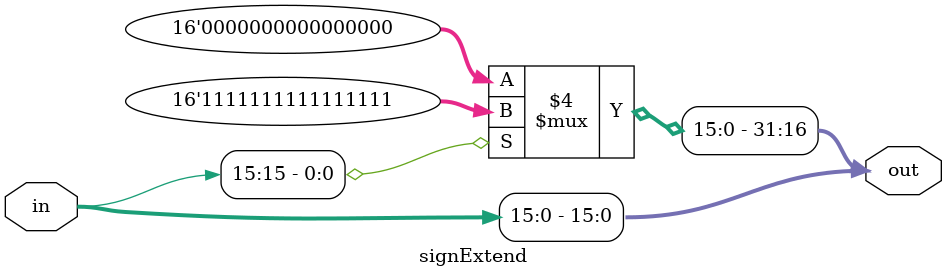
<source format=v>
`timescale 1ns / 1ps
module signExtend(in, out);
    // For I-type sign extend
    input [15:0] in;
    output [31:0] out;
    reg [31:0] out;

    always @ (in)   begin
        out[15:0] <= in[15:0];
        if (in[15] == 1'b0)
            out[31:16] = 16'b0000000000000000;
        else
            out[31:16] = 16'b1111111111111111;
    end
endmodule
</source>
